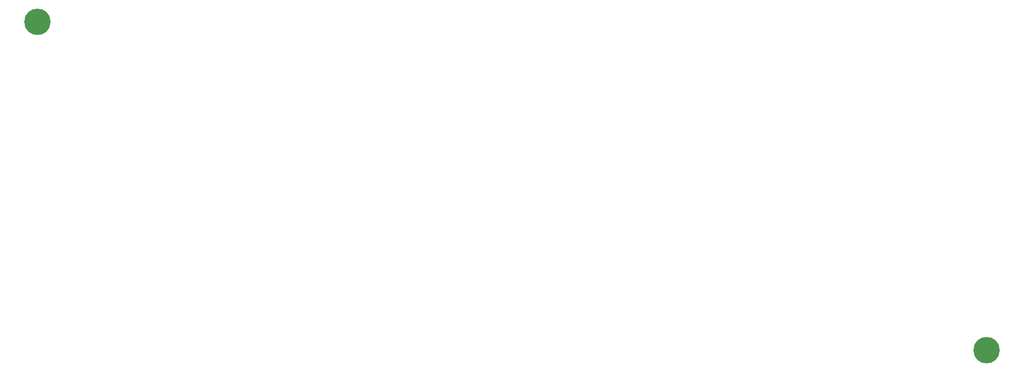
<source format=gbr>
G04 #@! TF.GenerationSoftware,KiCad,Pcbnew,(5.1.6-0-10_14)*
G04 #@! TF.CreationDate,2020-07-16T16:36:52+09:00*
G04 #@! TF.ProjectId,reviung61-top-plate,72657669-756e-4673-9631-2d746f702d70,1.0*
G04 #@! TF.SameCoordinates,Original*
G04 #@! TF.FileFunction,Soldermask,Top*
G04 #@! TF.FilePolarity,Negative*
%FSLAX46Y46*%
G04 Gerber Fmt 4.6, Leading zero omitted, Abs format (unit mm)*
G04 Created by KiCad (PCBNEW (5.1.6-0-10_14)) date 2020-07-16 16:36:52*
%MOMM*%
%LPD*%
G01*
G04 APERTURE LIST*
%ADD10C,4.600000*%
G04 APERTURE END LIST*
D10*
X210760000Y-105650000D03*
X45410000Y-48350000D03*
M02*

</source>
